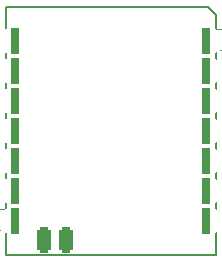
<source format=gbr>
%TF.GenerationSoftware,KiCad,Pcbnew,7.0.10*%
%TF.CreationDate,2024-01-21T16:50:34+01:00*%
%TF.ProjectId,powermeter,706f7765-726d-4657-9465-722e6b696361,rev?*%
%TF.SameCoordinates,Original*%
%TF.FileFunction,Legend,Bot*%
%TF.FilePolarity,Positive*%
%FSLAX46Y46*%
G04 Gerber Fmt 4.6, Leading zero omitted, Abs format (unit mm)*
G04 Created by KiCad (PCBNEW 7.0.10) date 2024-01-21 16:50:34*
%MOMM*%
%LPD*%
G01*
G04 APERTURE LIST*
G04 Aperture macros list*
%AMRoundRect*
0 Rectangle with rounded corners*
0 $1 Rounding radius*
0 $2 $3 $4 $5 $6 $7 $8 $9 X,Y pos of 4 corners*
0 Add a 4 corners polygon primitive as box body*
4,1,4,$2,$3,$4,$5,$6,$7,$8,$9,$2,$3,0*
0 Add four circle primitives for the rounded corners*
1,1,$1+$1,$2,$3*
1,1,$1+$1,$4,$5*
1,1,$1+$1,$6,$7*
1,1,$1+$1,$8,$9*
0 Add four rect primitives between the rounded corners*
20,1,$1+$1,$2,$3,$4,$5,0*
20,1,$1+$1,$4,$5,$6,$7,0*
20,1,$1+$1,$6,$7,$8,$9,0*
20,1,$1+$1,$8,$9,$2,$3,0*%
G04 Aperture macros list end*
%ADD10C,0.127000*%
%ADD11RoundRect,0.038000X0.850000X0.850000X-0.850000X0.850000X-0.850000X-0.850000X0.850000X-0.850000X0*%
%ADD12O,1.776000X1.776000*%
%ADD13RoundRect,0.038000X-0.850000X-0.850000X0.850000X-0.850000X0.850000X0.850000X-0.850000X0.850000X0*%
%ADD14RoundRect,1.102000X0.375000X0.000000X-0.375000X0.000000X-0.375000X0.000000X0.375000X0.000000X0*%
%ADD15RoundRect,0.305000X0.305000X-0.813000X0.305000X0.813000X-0.305000X0.813000X-0.305000X-0.813000X0*%
G04 APERTURE END LIST*
D10*
%TO.C,U1*%
X69576000Y-61919250D02*
X51776000Y-61919250D01*
X69576000Y-41590750D02*
X69576000Y-61919250D01*
X68904459Y-40919250D02*
X69576000Y-41590750D01*
X51776000Y-61919250D02*
X51776000Y-40919250D01*
X51776000Y-40919250D02*
X68904459Y-40919250D01*
%TD*%
%LPC*%
D11*
%TO.C,J3*%
X51816000Y-58928000D03*
D12*
X51816000Y-56388000D03*
X51816000Y-53848000D03*
X51816000Y-51308000D03*
X51816000Y-48768000D03*
X51816000Y-46228000D03*
X51816000Y-43688000D03*
%TD*%
D13*
%TO.C,J2*%
X69596000Y-43688000D03*
D12*
X69596000Y-46228000D03*
X69596000Y-48768000D03*
X69596000Y-51308000D03*
X69596000Y-53848000D03*
X69596000Y-56388000D03*
X69596000Y-58928000D03*
%TD*%
D14*
%TO.C,U1*%
X68741000Y-43799250D03*
X68741000Y-46339250D03*
X68741000Y-48879250D03*
X68741000Y-51419250D03*
X68741000Y-53959250D03*
X68741000Y-56499250D03*
X68741000Y-59039250D03*
X52576000Y-59039250D03*
X52576000Y-56499250D03*
X52576000Y-53959250D03*
X52576000Y-51419250D03*
X52576000Y-48879250D03*
X52576000Y-46339250D03*
X52576000Y-43799250D03*
D15*
X56876000Y-60649250D03*
X54971000Y-60649250D03*
%TD*%
%LPD*%
M02*

</source>
